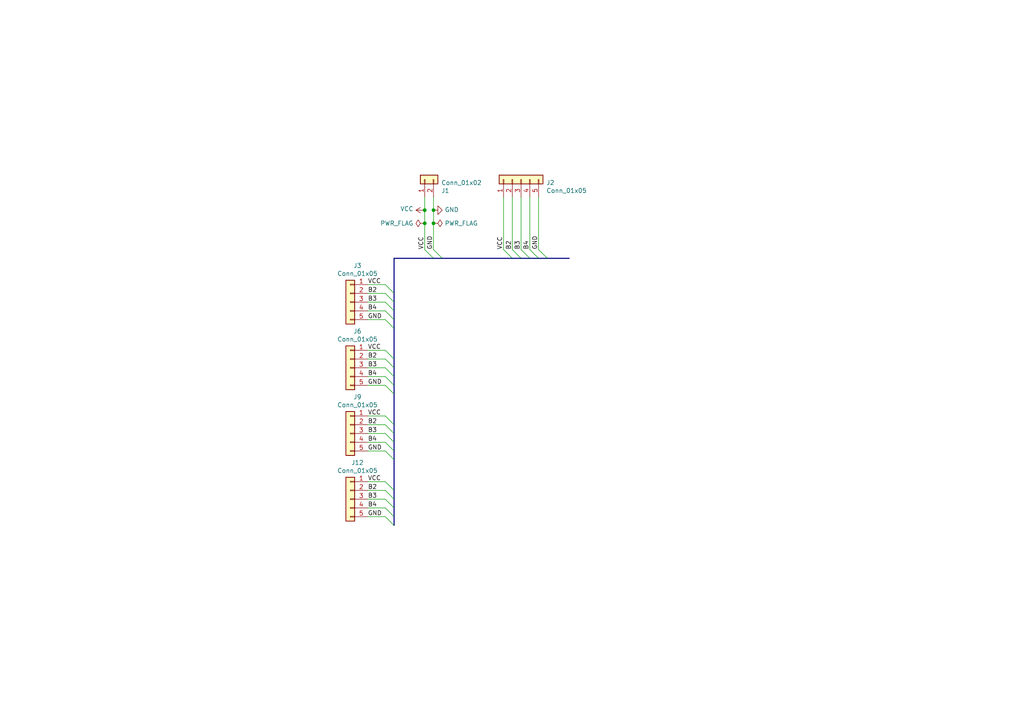
<source format=kicad_sch>
(kicad_sch (version 20230121) (generator eeschema)
  (paper "A4")
  (lib_symbols
    (symbol "Connector_Generic:Conn_01x02" (pin_names (offset 1.016) hide)
      (property "Reference" "J" (at 0 2.54 0))
      (property "Value" "Conn_01x02" (at 0 -5.08 0))
      (symbol "Conn_01x02_1_1"
        (rectangle (start -1.27 -2.413) (end 0 -2.667) (stroke (width 0.1524)))
        (rectangle (start -1.27 0.127) (end 0 -0.127) (stroke (width 0.1524)))
        (rectangle (start -1.27 1.27) (end 1.27 -3.81) (stroke (width 0.254)) (fill (type background)))
        (pin passive line (at -5.08 0 0) (length 3.81) (name "Pin_1") (number "1"))
        (pin passive line (at -5.08 -2.54 0) (length 3.81) (name "Pin_2") (number "2"))
      )
    )
    (symbol "Connector_Generic:Conn_01x05" (pin_names (offset 1.016) hide)
      (property "Reference" "J" (at 0 7.62 0))
      (property "Value" "Conn_01x05" (at 0 -7.62 0))
      (symbol "Conn_01x05_1_1"
        (rectangle (start -1.27 -4.953) (end 0 -5.207) (stroke (width 0.1524)))
        (rectangle (start -1.27 -2.413) (end 0 -2.667) (stroke (width 0.1524)))
        (rectangle (start -1.27 0.127) (end 0 -0.127) (stroke (width 0.1524)))
        (rectangle (start -1.27 2.667) (end 0 2.413) (stroke (width 0.1524)))
        (rectangle (start -1.27 5.207) (end 0 4.953) (stroke (width 0.1524)))
        (rectangle (start -1.27 6.35) (end 1.27 -6.35) (stroke (width 0.254)) (fill (type background)))
        (pin passive line (at -5.08 5.08 0) (length 3.81) (name "Pin_1") (number "1"))
        (pin passive line (at -5.08 2.54 0) (length 3.81) (name "Pin_2") (number "2"))
        (pin passive line (at -5.08 0 0) (length 3.81) (name "Pin_3") (number "3"))
        (pin passive line (at -5.08 -2.54 0) (length 3.81) (name "Pin_4") (number "4"))
        (pin passive line (at -5.08 -5.08 0) (length 3.81) (name "Pin_5") (number "5"))
      )
    )
    (symbol "power:GND" (power) (pin_names (offset 0))
      (property "Value" "GND" (at 0 -3.81 0))
      (symbol "GND_0_1"
        (polyline (pts (xy 0 0) (xy 0 -1.27) (xy 1.27 -1.27) (xy 0 -2.54) (xy -1.27 -1.27) (xy 0 -1.27)))
      )
      (symbol "GND_1_1"
        (pin power_in line (at 0 0 270) (length 0) hide (name "GND") (number "1"))
      )
    )
    (symbol "power:PWR_FLAG" (power) (pin_numbers hide) (pin_names (offset 0) hide)
      (property "Value" "PWR_FLAG" (at 0 3.81 0))
      (symbol "PWR_FLAG_0_0"
        (pin power_out line (at 0 0 90) (length 0) (name "pwr") (number "1"))
      )
      (symbol "PWR_FLAG_0_1"
        (polyline (pts (xy 0 0) (xy 0 1.27) (xy -1.016 1.905) (xy 0 2.54) (xy 1.016 1.905) (xy 0 1.27)))
      )
    )
    (symbol "power:VCC" (power) (pin_names (offset 0))
      (property "Value" "VCC" (at 0 3.81 0))
      (symbol "VCC_0_1"
        (polyline (pts (xy -0.762 1.27) (xy 0 2.54)))
        (polyline (pts (xy 0 0) (xy 0 2.54)))
        (polyline (pts (xy 0 2.54) (xy 0.762 1.27)))
      )
      (symbol "VCC_1_1"
        (pin power_in line (at 0 0 90) (length 0) hide (name "VCC") (number "1"))
      )
    )
  )
  (junction (at 125.73 64.77))
  (junction (at 123.19 60.96))
  (junction (at 125.73 60.96))
  (junction (at 123.19 64.77))
  (bus_entry (at 111.76 139.7) (size 2.54 2.54))
  (bus_entry (at 111.76 85.09) (size 2.54 2.54))
  (bus_entry (at 111.76 87.63) (size 2.54 2.54))
  (bus_entry (at 125.73 72.39) (size 2.54 2.54))
  (bus_entry (at 111.76 109.22) (size 2.54 2.54))
  (bus_entry (at 111.76 128.27) (size 2.54 2.54))
  (bus_entry (at 111.76 144.78) (size 2.54 2.54))
  (bus_entry (at 111.76 101.6) (size 2.54 2.54))
  (bus_entry (at 148.59 72.39) (size 2.54 2.54))
  (bus_entry (at 111.76 120.65) (size 2.54 2.54))
  (bus_entry (at 111.76 123.19) (size 2.54 2.54))
  (bus_entry (at 111.76 111.76) (size 2.54 2.54))
  (bus_entry (at 156.21 72.39) (size 2.54 2.54))
  (bus_entry (at 153.67 72.39) (size 2.54 2.54))
  (bus_entry (at 111.76 92.71) (size 2.54 2.54))
  (bus_entry (at 111.76 130.81) (size 2.54 2.54))
  (bus_entry (at 151.13 72.39) (size 2.54 2.54))
  (bus_entry (at 111.76 104.14) (size 2.54 2.54))
  (bus_entry (at 111.76 149.86) (size 2.54 2.54))
  (bus_entry (at 111.76 90.17) (size 2.54 2.54))
  (bus_entry (at 111.76 106.68) (size 2.54 2.54))
  (bus_entry (at 111.76 82.55) (size 2.54 2.54))
  (bus_entry (at 123.19 72.39) (size 2.54 2.54))
  (bus_entry (at 111.76 147.32) (size 2.54 2.54))
  (bus_entry (at 146.05 72.39) (size 2.54 2.54))
  (bus_entry (at 111.76 125.73) (size 2.54 2.54))
  (bus_entry (at 111.76 142.24) (size 2.54 2.54))
  (bus (pts (xy 148.59 74.93) (xy 151.13 74.93)))
  (bus (pts (xy 114.3 85.09) (xy 114.3 87.63)))
  (bus (pts (xy 151.13 74.93) (xy 153.67 74.93)))
  (bus (pts (xy 114.3 92.71) (xy 114.3 95.25)))
  (wire (pts (xy 106.68 128.27) (xy 111.76 128.27)))
  (bus (pts (xy 114.3 142.24) (xy 114.3 144.78)))
  (wire (pts (xy 106.68 92.71) (xy 111.76 92.71)))
  (wire (pts (xy 106.68 144.78) (xy 111.76 144.78)))
  (bus (pts (xy 114.3 114.3) (xy 114.3 123.19)))
  (bus (pts (xy 114.3 74.93) (xy 125.73 74.93)))
  (bus (pts (xy 158.75 74.93) (xy 165.1 74.93)))
  (wire (pts (xy 106.68 149.86) (xy 111.76 149.86)))
  (wire (pts (xy 106.68 82.55) (xy 111.76 82.55)))
  (bus (pts (xy 128.27 74.93) (xy 148.59 74.93)))
  (bus (pts (xy 114.3 90.17) (xy 114.3 92.71)))
  (bus (pts (xy 114.3 74.93) (xy 114.3 85.09)))
  (wire (pts (xy 106.68 87.63) (xy 111.76 87.63)))
  (bus (pts (xy 114.3 133.35) (xy 114.3 142.24)))
  (bus (pts (xy 114.3 104.14) (xy 114.3 106.68)))
  (wire (pts (xy 148.59 72.39) (xy 148.59 57.15)))
  (wire (pts (xy 125.73 64.77) (xy 125.73 60.96)))
  (bus (pts (xy 125.73 74.93) (xy 128.27 74.93)))
  (bus (pts (xy 114.3 149.86) (xy 114.3 152.4)))
  (wire (pts (xy 106.68 85.09) (xy 111.76 85.09)))
  (bus (pts (xy 114.3 125.73) (xy 114.3 128.27)))
  (wire (pts (xy 106.68 111.76) (xy 111.76 111.76)))
  (wire (pts (xy 151.13 72.39) (xy 151.13 57.15)))
  (bus (pts (xy 114.3 123.19) (xy 114.3 125.73)))
  (wire (pts (xy 125.73 64.77) (xy 125.73 72.39)))
  (wire (pts (xy 123.19 60.96) (xy 123.19 57.15)))
  (wire (pts (xy 123.19 64.77) (xy 123.19 60.96)))
  (bus (pts (xy 114.3 147.32) (xy 114.3 149.86)))
  (bus (pts (xy 153.67 74.93) (xy 156.21 74.93)))
  (wire (pts (xy 153.67 57.15) (xy 153.67 72.39)))
  (wire (pts (xy 106.68 123.19) (xy 111.76 123.19)))
  (wire (pts (xy 106.68 90.17) (xy 111.76 90.17)))
  (wire (pts (xy 125.73 60.96) (xy 125.73 57.15)))
  (wire (pts (xy 106.68 109.22) (xy 111.76 109.22)))
  (bus (pts (xy 114.3 144.78) (xy 114.3 147.32)))
  (wire (pts (xy 156.21 57.15) (xy 156.21 72.39)))
  (wire (pts (xy 106.68 120.65) (xy 111.76 120.65)))
  (bus (pts (xy 114.3 128.27) (xy 114.3 130.81)))
  (bus (pts (xy 114.3 130.81) (xy 114.3 133.35)))
  (wire (pts (xy 106.68 125.73) (xy 111.76 125.73)))
  (wire (pts (xy 106.68 130.81) (xy 111.76 130.81)))
  (wire (pts (xy 106.68 139.7) (xy 111.76 139.7)))
  (wire (pts (xy 123.19 64.77) (xy 123.19 72.39)))
  (wire (pts (xy 106.68 106.68) (xy 111.76 106.68)))
  (bus (pts (xy 156.21 74.93) (xy 158.75 74.93)))
  (wire (pts (xy 106.68 101.6) (xy 111.76 101.6)))
  (bus (pts (xy 114.3 106.68) (xy 114.3 109.22)))
  (wire (pts (xy 106.68 142.24) (xy 111.76 142.24)))
  (bus (pts (xy 114.3 87.63) (xy 114.3 90.17)))
  (bus (pts (xy 114.3 111.76) (xy 114.3 114.3)))
  (bus (pts (xy 114.3 95.25) (xy 114.3 104.14)))
  (bus (pts (xy 114.3 109.22) (xy 114.3 111.76)))
  (wire (pts (xy 106.68 104.14) (xy 111.76 104.14)))
  (wire (pts (xy 106.68 147.32) (xy 111.76 147.32)))
  (wire (pts (xy 146.05 57.15) (xy 146.05 72.39)))
  (label "B2" (at 106.68 123.19 0))
  (label "B2" (at 106.68 142.24 0))
  (label "B4" (at 106.68 147.32 0))
  (label "GND" (at 106.68 92.71 0))
  (label "B3" (at 151.13 72.39 90))
  (label "GND" (at 106.68 149.86 0))
  (label "GND" (at 106.68 130.81 0))
  (label "B3" (at 106.68 106.68 0))
  (label "B3" (at 106.68 87.63 0))
  (label "VCC" (at 123.19 72.39 90))
  (label "B4" (at 106.68 128.27 0))
  (label "B4" (at 153.67 72.39 90))
  (label "B3" (at 106.68 144.78 0))
  (label "B4" (at 106.68 90.17 0))
  (label "B2" (at 148.59 72.39 90))
  (label "B2" (at 106.68 85.09 0))
  (label "GND" (at 156.21 72.39 90))
  (label "VCC" (at 106.68 120.65 0))
  (label "VCC" (at 106.68 101.6 0))
  (label "B3" (at 106.68 125.73 0))
  (label "GND" (at 125.73 72.39 90))
  (label "B2" (at 106.68 104.14 0))
  (label "GND" (at 106.68 111.76 0))
  (label "B4" (at 106.68 109.22 0))
  (label "VCC" (at 106.68 82.55 0))
  (label "VCC" (at 146.05 72.39 90))
  (label "VCC" (at 106.68 139.7 0))
  (symbol (lib_id "Connector_Generic:Conn_01x02") (at 123.19 52.07 90) (unit 1)
    (property "Reference" "J1" (at 127.9652 55.3212 90) (effects (justify right)))
    (property "Value" "Conn_01x02" (at 127.9652 53.0098 90) (effects (justify right)))
    (property "Footprint" "Connector_Wire:SolderWire-1.5sqmm_1x02_P6mm_D1.7mm_OD3mm" (effects hide))
  )
  (symbol (lib_id "power:GND") (at 125.73 60.96 90) (unit 1)
    (property "Reference" "#PWR02" (effects hide))
    (property "Value" "GND" (at 128.9812 60.833 90) (effects (justify right)))
  )
  (symbol (lib_id "power:VCC") (at 123.19 60.96 90) (unit 1)
    (property "Reference" "#PWR01" (effects hide))
    (property "Value" "VCC" (at 119.9388 60.579 90) (effects (justify left)))
  )
  (symbol (lib_id "power:PWR_FLAG") (at 125.73 64.77 270) (unit 1)
    (property "Reference" "#FLG02" (effects hide))
    (property "Value" "PWR_FLAG" (at 128.9558 64.77 90) (effects (justify left)))
  )
  (symbol (lib_id "power:PWR_FLAG") (at 123.19 64.77 90) (unit 1)
    (property "Reference" "#FLG01" (effects hide))
    (property "Value" "PWR_FLAG" (at 119.9388 64.77 90) (effects (justify left)))
  )
  (symbol (lib_id "Connector_Generic:Conn_01x05") (at 151.13 52.07 90) (unit 1)
    (property "Reference" "J2" (at 158.4452 52.9844 90) (effects (justify right)))
    (property "Value" "Conn_01x05" (at 158.4452 55.2958 90) (effects (justify right)))
    (property "Footprint" "Connector_JST:JST_XH_B5B-XH-A_1x05_P2.50mm_Vertical" (effects hide))
  )
  (symbol (lib_id "Connector_Generic:Conn_01x05") (at 101.6 87.63 0) (mirror y) (unit 1)
    (property "Reference" "J3" (at 103.6828 77.0382 0))
    (property "Value" "Conn_01x05" (at 103.6828 79.3496 0))
    (property "Footprint" "Connector_JST:JST_XH_B5B-XH-A_1x05_P2.50mm_Vertical" (effects hide))
  )
  (symbol (lib_id "Connector_Generic:Conn_01x05") (at 101.6 106.68 0) (mirror y) (unit 1)
    (property "Reference" "J6" (at 103.6828 96.0882 0))
    (property "Value" "Conn_01x05" (at 103.6828 98.3996 0))
    (property "Footprint" "Connector_PinHeader_2.54mm:PinHeader_1x05_P2.54mm_Vertical" (effects hide))
  )
  (symbol (lib_id "Connector_Generic:Conn_01x05") (at 101.6 125.73 0) (mirror y) (unit 1)
    (property "Reference" "J9" (at 103.6828 115.1382 0))
    (property "Value" "Conn_01x05" (at 103.6828 117.4496 0))
    (property "Footprint" "Connector_JST:JST_XH_B5B-XH-A_1x05_P2.50mm_Vertical" (effects hide))
  )
  (symbol (lib_id "Connector_Generic:Conn_01x05") (at 101.6 144.78 0) (mirror y) (unit 1)
    (property "Reference" "J12" (at 103.6828 134.1882 0))
    (property "Value" "Conn_01x05" (at 103.6828 136.4996 0))
    (property "Footprint" "Connector_JST:JST_XH_B5B-XH-A_1x05_P2.50mm_Vertical" (effects hide))
  )
)
</source>
